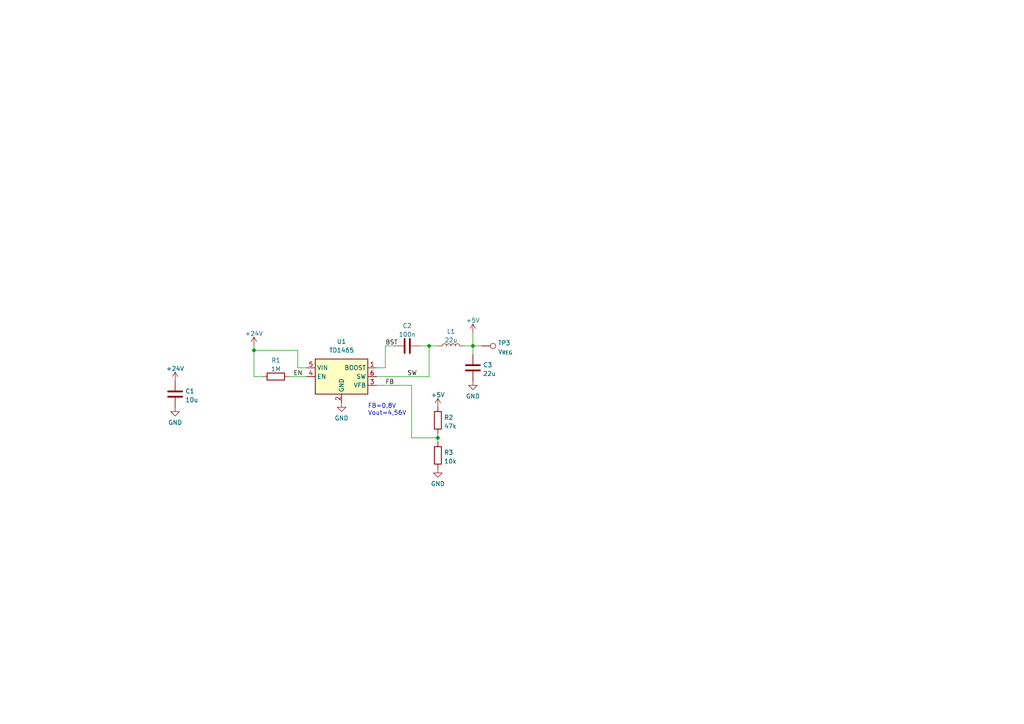
<source format=kicad_sch>
(kicad_sch (version 20230121) (generator eeschema)
  (paper "A4")
  (lib_symbols
    (symbol "Connector:TestPoint" (pin_numbers hide) (pin_names (offset 0.762) hide)
      (property "Reference" "TP" (at 0 6.858 0))
      (property "Value" "TestPoint" (at 0 5.08 0))
      (symbol "TestPoint_0_1"
        (circle (center 0 3.302) (radius 0.762))
      )
      (symbol "TestPoint_1_1"
        (pin passive line (at 0 0 90) (length 2.54) (name "1") (number "1"))
      )
    )
    (symbol "Device:C" (pin_numbers hide) (pin_names (offset 0.254))
      (property "Reference" "C" (at 0.635 2.54 0))
      (property "Value" "C" (at 0.635 -2.54 0))
      (symbol "C_0_1"
        (polyline (pts (xy -2.032 -0.762) (xy 2.032 -0.762)) (stroke (width 0.508)))
        (polyline (pts (xy -2.032 0.762) (xy 2.032 0.762)) (stroke (width 0.508)))
      )
      (symbol "C_1_1"
        (pin passive line (at 0 3.81 270) (length 2.794) (name "~") (number "1"))
        (pin passive line (at 0 -3.81 90) (length 2.794) (name "~") (number "2"))
      )
    )
    (symbol "Device:L" (pin_numbers hide) (pin_names (offset 1.016) hide)
      (property "Reference" "L" (at -1.27 0 90))
      (property "Value" "L" (at 1.905 0 90))
      (symbol "L_0_1"
        (arc (start 0 -2.54) (mid 0.6323 -1.905) (end 0 -1.27))
        (arc (start 0 -1.27) (mid 0.6323 -0.635) (end 0 0))
        (arc (start 0 0) (mid 0.6323 0.635) (end 0 1.27))
        (arc (start 0 1.27) (mid 0.6323 1.905) (end 0 2.54))
      )
      (symbol "L_1_1"
        (pin passive line (at 0 3.81 270) (length 1.27) (name "1") (number "1"))
        (pin passive line (at 0 -3.81 90) (length 1.27) (name "2") (number "2"))
      )
    )
    (symbol "Device:R" (pin_numbers hide) (pin_names (offset 0))
      (property "Reference" "R" (at 2.032 0 90))
      (property "Value" "R" (at 0 0 90))
      (symbol "R_0_1"
        (rectangle (start -1.016 -2.54) (end 1.016 2.54) (stroke (width 0.254)))
      )
      (symbol "R_1_1"
        (pin passive line (at 0 3.81 270) (length 1.27) (name "~") (number "1"))
        (pin passive line (at 0 -3.81 90) (length 1.27) (name "~") (number "2"))
      )
    )
    (symbol "Regulator_Switching:MCP16331CH"
      (property "Reference" "U" (at -7.874 6.35 0))
      (property "Value" "MCP16331CH" (at -2.54 6.35 0))
      (symbol "MCP16331CH_0_1"
        (rectangle (start -7.62 5.08) (end 7.62 -5.08) (stroke (width 0.254)) (fill (type background)))
      )
      (symbol "MCP16331CH_1_1"
        (pin input line (at 10.16 2.54 180) (length 2.54) (name "BOOST") (number "1"))
        (pin power_in line (at 0 -7.62 90) (length 2.54) (name "GND") (number "2"))
        (pin input line (at 10.16 -2.54 180) (length 2.54) (name "VFB") (number "3"))
        (pin input line (at -10.16 0 0) (length 2.54) (name "EN") (number "4"))
        (pin power_in line (at -10.16 2.54 0) (length 2.54) (name "VIN") (number "5"))
        (pin output line (at 10.16 0 180) (length 2.54) (name "SW") (number "6"))
      )
    )
    (symbol "power:+24V" (power) (pin_names (offset 0))
      (property "Value" "+24V" (at 0 3.556 0))
      (symbol "+24V_0_1"
        (polyline (pts (xy -0.762 1.27) (xy 0 2.54)))
        (polyline (pts (xy 0 0) (xy 0 2.54)))
        (polyline (pts (xy 0 2.54) (xy 0.762 1.27)))
      )
      (symbol "+24V_1_1"
        (pin power_in line (at 0 0 90) (length 0) hide (name "+24V") (number "1"))
      )
    )
    (symbol "power:+5V" (power) (pin_names (offset 0))
      (property "Value" "+5V" (at 0 3.556 0))
      (symbol "+5V_0_1"
        (polyline (pts (xy -0.762 1.27) (xy 0 2.54)))
        (polyline (pts (xy 0 0) (xy 0 2.54)))
        (polyline (pts (xy 0 2.54) (xy 0.762 1.27)))
      )
      (symbol "+5V_1_1"
        (pin power_in line (at 0 0 90) (length 0) hide (name "+5V") (number "1"))
      )
    )
    (symbol "power:GND" (power) (pin_names (offset 0))
      (property "Value" "GND" (at 0 -3.81 0))
      (symbol "GND_0_1"
        (polyline (pts (xy 0 0) (xy 0 -1.27) (xy 1.27 -1.27) (xy 0 -2.54) (xy -1.27 -1.27) (xy 0 -1.27)))
      )
      (symbol "GND_1_1"
        (pin power_in line (at 0 0 270) (length 0) hide (name "GND") (number "1"))
      )
    )
  )
  (junction (at 73.66 101.6))
  (junction (at 127 127))
  (junction (at 137.16 100.33))
  (junction (at 124.46 100.33))
  (wire (pts (xy 124.46 109.22) (xy 124.46 100.33)))
  (wire (pts (xy 137.16 100.33) (xy 139.7 100.33)))
  (wire (pts (xy 111.76 100.33) (xy 114.3 100.33)))
  (wire (pts (xy 119.38 111.76) (xy 119.38 127)))
  (wire (pts (xy 86.36 101.6) (xy 73.66 101.6)))
  (wire (pts (xy 88.9 106.68) (xy 86.36 106.68)))
  (wire (pts (xy 137.16 96.52) (xy 137.16 100.33)))
  (wire (pts (xy 119.38 127) (xy 127 127)))
  (wire (pts (xy 121.92 100.33) (xy 124.46 100.33)))
  (wire (pts (xy 124.46 100.33) (xy 127 100.33)))
  (wire (pts (xy 137.16 100.33) (xy 137.16 102.87)))
  (wire (pts (xy 127 127) (xy 127 128.27)))
  (wire (pts (xy 73.66 109.22) (xy 76.2 109.22)))
  (wire (pts (xy 73.66 100.33) (xy 73.66 101.6)))
  (wire (pts (xy 83.82 109.22) (xy 88.9 109.22)))
  (wire (pts (xy 73.66 101.6) (xy 73.66 109.22)))
  (wire (pts (xy 109.22 111.76) (xy 119.38 111.76)))
  (wire (pts (xy 111.76 106.68) (xy 111.76 100.33)))
  (wire (pts (xy 137.16 100.33) (xy 134.62 100.33)))
  (wire (pts (xy 86.36 106.68) (xy 86.36 101.6)))
  (wire (pts (xy 109.22 106.68) (xy 111.76 106.68)))
  (wire (pts (xy 109.22 109.22) (xy 124.46 109.22)))
  (wire (pts (xy 127 125.73) (xy 127 127)))
  (text "FB=0,8V\nVout=4,56V" (at 106.68 120.65 0) (effects (font (size 1.27 1.27)) (justify left bottom)))
  (label "EN" (at 85.09 109.22 0))
  (label "BST" (at 111.76 100.33 0))
  (label "FB" (at 111.76 111.76 0))
  (label "SW" (at 118.11 109.22 0))
  (symbol (lib_id "Device:C") (at 50.8 114.3 180) (unit 1)
    (property "Reference" "C1" (at 53.721 113.4653 0) (effects (justify right)))
    (property "Value" "10u" (at 53.721 116.0022 0) (effects (justify right)))
    (property "Footprint" "Capacitor_SMD:C_1206_3216Metric" (effects hide))
  )
  (symbol (lib_id "power:GND") (at 50.8 118.11 0) (unit 1)
    (property "Reference" "#PWR03" (effects hide))
    (property "Value" "GND" (at 50.8 122.5534 0))
  )
  (symbol (lib_id "Device:R") (at 127 132.08 0) (unit 1)
    (property "Reference" "R3" (at 128.778 131.2453 0) (effects (justify left)))
    (property "Value" "10k" (at 128.778 133.7822 0) (effects (justify left)))
    (property "Footprint" "Resistor_SMD:R_0603_1608Metric" (effects hide))
  )
  (symbol (lib_id "power:+24V") (at 50.8 110.49 0) (unit 1)
    (property "Reference" "#PWR02" (effects hide))
    (property "Value" "+24V" (at 50.8 106.9142 0))
  )
  (symbol (lib_id "Device:R") (at 127 121.92 0) (unit 1)
    (property "Reference" "R2" (at 128.778 121.0853 0) (effects (justify left)))
    (property "Value" "47k" (at 128.778 123.6222 0) (effects (justify left)))
    (property "Footprint" "Resistor_SMD:R_0603_1608Metric" (effects hide))
  )
  (symbol (lib_id "Device:C") (at 137.16 106.68 180) (unit 1)
    (property "Reference" "C3" (at 140.081 105.8453 0) (effects (justify right)))
    (property "Value" "22u" (at 140.081 108.3822 0) (effects (justify right)))
    (property "Footprint" "Capacitor_SMD:C_0805_2012Metric" (effects hide))
  )
  (symbol (lib_id "Device:C") (at 118.11 100.33 90) (unit 1)
    (property "Reference" "C2" (at 118.11 94.4712 90))
    (property "Value" "100n" (at 118.11 97.0081 90))
    (property "Footprint" "Capacitor_SMD:C_0603_1608Metric" (effects hide))
  )
  (symbol (lib_id "Connector:TestPoint") (at 139.7 100.33 270) (unit 1)
    (property "Reference" "TP3" (at 144.399 99.4953 90) (effects (justify left)))
    (property "Value" "V_{REG}" (at 144.399 102.0322 90) (effects (justify left)))
    (property "Footprint" "prj_lib:TestPoint_THTPad_D1.0mm_Drill0.5mm" (effects hide))
  )
  (symbol (lib_id "power:+24V") (at 73.66 100.33 0) (unit 1)
    (property "Reference" "#PWR04" (effects hide))
    (property "Value" "+24V" (at 73.66 96.7542 0))
  )
  (symbol (lib_id "Device:L") (at 130.81 100.33 90) (unit 1)
    (property "Reference" "L1" (at 130.81 96.1222 90))
    (property "Value" "22u" (at 130.81 98.6591 90))
    (property "Footprint" "Inductor_SMD:L_1210_3225Metric" (effects hide))
  )
  (symbol (lib_id "Device:R") (at 80.01 109.22 270) (unit 1)
    (property "Reference" "R1" (at 80.01 104.5042 90))
    (property "Value" "1M" (at 80.01 107.0411 90))
    (property "Footprint" "Resistor_SMD:R_0603_1608Metric" (effects hide))
  )
  (symbol (lib_id "power:+5V") (at 137.16 96.52 0) (unit 1)
    (property "Reference" "#PWR08" (effects hide))
    (property "Value" "+5V" (at 137.16 92.9442 0))
  )
  (symbol (lib_id "power:GND") (at 99.06 116.84 0) (unit 1)
    (property "Reference" "#PWR05" (effects hide))
    (property "Value" "GND" (at 99.06 121.2834 0))
  )
  (symbol (lib_id "power:+5V") (at 127 118.11 0) (unit 1)
    (property "Reference" "#PWR06" (effects hide))
    (property "Value" "+5V" (at 127 114.5342 0))
  )
  (symbol (lib_id "Regulator_Switching:MCP16331CH") (at 99.06 109.22 0) (unit 1)
    (property "Reference" "U1" (at 99.06 99.06 0))
    (property "Value" "TD1465" (at 99.06 101.6 0))
    (property "Footprint" "Package_TO_SOT_SMD:SOT-23-6" (effects hide))
    (property "Datasheet" "http://ww1.microchip.com/downloads/en/DeviceDoc/20005308C.pdf" (effects hide))
  )
  (symbol (lib_id "power:GND") (at 137.16 110.49 0) (unit 1)
    (property "Reference" "#PWR09" (effects hide))
    (property "Value" "GND" (at 137.16 114.9334 0))
  )
  (symbol (lib_id "power:GND") (at 127 135.89 0) (unit 1)
    (property "Reference" "#PWR07" (effects hide))
    (property "Value" "GND" (at 127 140.3334 0))
  )
)
</source>
